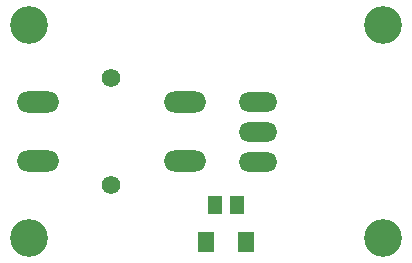
<source format=gtp>
G04 (created by PCBNEW (2013-07-07 BZR 4022)-stable) date 2015/2/26 10:26:18*
%MOIN*%
G04 Gerber Fmt 3.4, Leading zero omitted, Abs format*
%FSLAX34Y34*%
G01*
G70*
G90*
G04 APERTURE LIST*
%ADD10C,0.00590551*%
%ADD11R,0.0511X0.059*%
%ADD12C,0.0614*%
%ADD13O,0.141X0.0705*%
%ADD14O,0.129X0.0645*%
%ADD15C,0.126*%
%ADD16R,0.0551X0.0708*%
G04 APERTURE END LIST*
G54D10*
G54D11*
X23126Y-27250D03*
X23874Y-27250D03*
G54D12*
X19685Y-23028D03*
G54D13*
X22145Y-25783D03*
X17225Y-25783D03*
X22145Y-23823D03*
X17225Y-23823D03*
G54D12*
X19685Y-26578D03*
G54D14*
X24559Y-23803D03*
X24559Y-24803D03*
X24559Y-25803D03*
G54D15*
X16929Y-21259D03*
X28740Y-21259D03*
X16929Y-28346D03*
X28740Y-28346D03*
G54D16*
X22831Y-28500D03*
X24169Y-28500D03*
M02*

</source>
